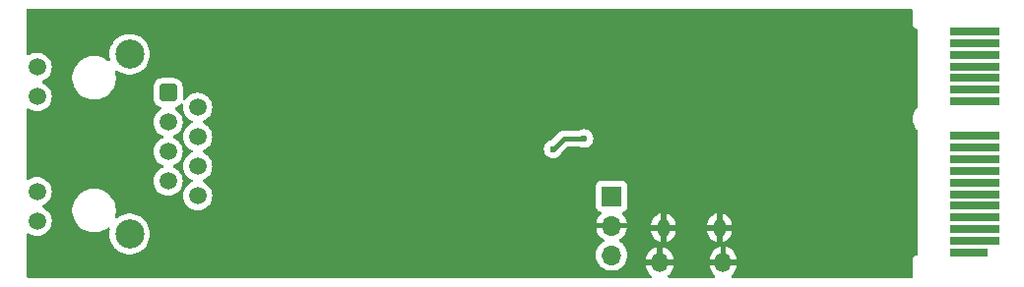
<source format=gbr>
%TF.GenerationSoftware,KiCad,Pcbnew,8.0.3*%
%TF.CreationDate,2024-06-27T21:22:13-04:00*%
%TF.ProjectId,rp2040-mgmt-module,72703230-3430-42d6-9d67-6d742d6d6f64,v0.0.0*%
%TF.SameCoordinates,Original*%
%TF.FileFunction,Copper,L4,Bot*%
%TF.FilePolarity,Positive*%
%FSLAX46Y46*%
G04 Gerber Fmt 4.6, Leading zero omitted, Abs format (unit mm)*
G04 Created by KiCad (PCBNEW 8.0.3) date 2024-06-27 21:22:13*
%MOMM*%
%LPD*%
G01*
G04 APERTURE LIST*
G04 Aperture macros list*
%AMRoundRect*
0 Rectangle with rounded corners*
0 $1 Rounding radius*
0 $2 $3 $4 $5 $6 $7 $8 $9 X,Y pos of 4 corners*
0 Add a 4 corners polygon primitive as box body*
4,1,4,$2,$3,$4,$5,$6,$7,$8,$9,$2,$3,0*
0 Add four circle primitives for the rounded corners*
1,1,$1+$1,$2,$3*
1,1,$1+$1,$4,$5*
1,1,$1+$1,$6,$7*
1,1,$1+$1,$8,$9*
0 Add four rect primitives between the rounded corners*
20,1,$1+$1,$2,$3,$4,$5,0*
20,1,$1+$1,$4,$5,$6,$7,0*
20,1,$1+$1,$6,$7,$8,$9,0*
20,1,$1+$1,$8,$9,$2,$3,0*%
G04 Aperture macros list end*
%TA.AperFunction,ComponentPad*%
%ADD10RoundRect,0.250500X-0.499500X0.499500X-0.499500X-0.499500X0.499500X-0.499500X0.499500X0.499500X0*%
%TD*%
%TA.AperFunction,ComponentPad*%
%ADD11C,1.500000*%
%TD*%
%TA.AperFunction,ComponentPad*%
%ADD12C,2.500000*%
%TD*%
%TA.AperFunction,ComponentPad*%
%ADD13R,1.700000X1.700000*%
%TD*%
%TA.AperFunction,ComponentPad*%
%ADD14O,1.700000X1.700000*%
%TD*%
%TA.AperFunction,ComponentPad*%
%ADD15O,1.350000X1.700000*%
%TD*%
%TA.AperFunction,ComponentPad*%
%ADD16O,1.100000X1.500000*%
%TD*%
%TA.AperFunction,ConnectorPad*%
%ADD17R,3.200000X0.700000*%
%TD*%
%TA.AperFunction,ConnectorPad*%
%ADD18R,4.300000X0.700000*%
%TD*%
%TA.AperFunction,ViaPad*%
%ADD19C,0.600000*%
%TD*%
%TA.AperFunction,Conductor*%
%ADD20C,0.400000*%
%TD*%
G04 APERTURE END LIST*
D10*
%TO.P,J3,1,TD+*%
%TO.N,unconnected-(J3-TD+-Pad1)*%
X12560000Y-7645000D03*
D11*
%TO.P,J3,2,TD-*%
%TO.N,unconnected-(J3-TD--Pad2)*%
X15100000Y-8905000D03*
%TO.P,J3,3,RD+*%
%TO.N,unconnected-(J3-RD+-Pad3)*%
X12560000Y-10185000D03*
%TO.P,J3,4,TCT*%
%TO.N,unconnected-(J3-TCT-Pad4)*%
X15100000Y-11445000D03*
%TO.P,J3,5,RCT*%
%TO.N,unconnected-(J3-RCT-Pad5)*%
X12560000Y-12725000D03*
%TO.P,J3,6,RD-*%
%TO.N,unconnected-(J3-RD--Pad6)*%
X15100000Y-13985000D03*
%TO.P,J3,7,NC*%
%TO.N,unconnected-(J3-NC-Pad7)*%
X12560000Y-15265000D03*
%TO.P,J3,8*%
%TO.N,unconnected-(J3-Pad8)*%
X15100000Y-16525000D03*
%TO.P,J3,9*%
%TO.N,unconnected-(J3-Pad9)*%
X1300000Y-5460000D03*
%TO.P,J3,10*%
%TO.N,unconnected-(J3-Pad10)*%
X1300000Y-8000000D03*
%TO.P,J3,11*%
%TO.N,unconnected-(J3-Pad11)*%
X1300000Y-16170000D03*
%TO.P,J3,12*%
%TO.N,unconnected-(J3-Pad12)*%
X1300000Y-18710000D03*
D12*
%TO.P,J3,SH*%
%TO.N,unconnected-(J3-PadSH)*%
X9250000Y-4340000D03*
X9250000Y-19830000D03*
%TD*%
D13*
%TO.P,J4,1,Pin_1*%
%TO.N,/SWCLK*%
X50700000Y-16560000D03*
D14*
%TO.P,J4,2,Pin_2*%
%TO.N,GND*%
X50700000Y-19100000D03*
%TO.P,J4,3,Pin_3*%
%TO.N,/SWD*%
X50700000Y-21640000D03*
%TD*%
D15*
%TO.P,J2,6,Shield*%
%TO.N,GND*%
X54830000Y-22280000D03*
D16*
X55140000Y-19280000D03*
X59980000Y-19280000D03*
D15*
X60290000Y-22280000D03*
%TD*%
D17*
%TO.P,J1,A1,~{PRSNT1}*%
%TO.N,unconnected-(J1-~{PRSNT1}-PadA1)*%
X81400000Y-21390000D03*
D18*
%TO.P,J1,A2,+12V*%
%TO.N,VIN*%
X81950000Y-20390000D03*
%TO.P,J1,A3,+12V*%
X81950000Y-19390000D03*
%TO.P,J1,A4,GND*%
%TO.N,GND*%
X81950000Y-18390000D03*
%TO.P,J1,A5,JTAG2*%
%TO.N,OVERLOAD*%
X81950000Y-17390000D03*
%TO.P,J1,A6,JTAG3*%
%TO.N,unconnected-(J1-JTAG3-PadA6)*%
X81950000Y-16390000D03*
%TO.P,J1,A7,JTAG4*%
%TO.N,unconnected-(J1-JTAG4-PadA7)*%
X81950000Y-15390000D03*
%TO.P,J1,A8,JTAG5*%
%TO.N,unconnected-(J1-JTAG5-PadA8)*%
X81950000Y-14390000D03*
%TO.P,J1,A9,+3.3V*%
%TO.N,+5V*%
X81950000Y-13390000D03*
%TO.P,J1,A10,+3.3V*%
X81950000Y-12390000D03*
%TO.P,J1,A11,~{PERST}*%
%TO.N,unconnected-(J1-~{PERST}-PadA11)*%
X81950000Y-11390000D03*
%TO.P,J1,A12,GND*%
%TO.N,GND*%
X81950000Y-8390000D03*
%TO.P,J1,A13,REFCLK+*%
%TO.N,unconnected-(J1-REFCLK+-PadA13)*%
X81950000Y-7390000D03*
%TO.P,J1,A14,REFCLK-*%
%TO.N,unconnected-(J1-REFCLK--PadA14)*%
X81950000Y-6390000D03*
%TO.P,J1,A15,GND*%
%TO.N,GND*%
X81950000Y-5390000D03*
%TO.P,J1,A16,PERp0*%
%TO.N,unconnected-(J1-PERp0-PadA16)*%
X81950000Y-4390000D03*
%TO.P,J1,A17,PERn0*%
%TO.N,unconnected-(J1-PERn0-PadA17)*%
X81950000Y-3390000D03*
%TO.P,J1,A18,GND*%
%TO.N,GND*%
X81950000Y-2390000D03*
%TD*%
D19*
%TO.N,+1V1*%
X48325000Y-11600000D03*
X45675000Y-12500000D03*
%TD*%
D20*
%TO.N,+1V1*%
X45675000Y-12500000D02*
X46575000Y-11600000D01*
X46575000Y-11600000D02*
X48325000Y-11600000D01*
%TD*%
%TA.AperFunction,Conductor*%
%TO.N,GND*%
G36*
X76542539Y-420185D02*
G01*
X76588294Y-472989D01*
X76599500Y-524500D01*
X76599500Y-1792727D01*
X76626793Y-1894587D01*
X76679520Y-1985913D01*
X76754087Y-2060480D01*
X76845413Y-2113207D01*
X76908093Y-2130002D01*
X76967753Y-2166365D01*
X76998283Y-2229212D01*
X77000000Y-2249776D01*
X77000000Y-8879589D01*
X76980315Y-8946628D01*
X76967230Y-8963571D01*
X76880620Y-9057654D01*
X76880612Y-9057665D01*
X76758199Y-9245030D01*
X76668298Y-9449988D01*
X76668297Y-9449990D01*
X76613354Y-9666952D01*
X76613352Y-9666960D01*
X76594872Y-9889994D01*
X76594872Y-9890005D01*
X76613352Y-10113039D01*
X76613354Y-10113047D01*
X76668297Y-10330009D01*
X76668298Y-10330011D01*
X76758199Y-10534969D01*
X76880612Y-10722334D01*
X76880620Y-10722345D01*
X76967229Y-10816426D01*
X76998152Y-10879080D01*
X77000000Y-10900409D01*
X77000000Y-21530223D01*
X76980315Y-21597262D01*
X76927511Y-21643017D01*
X76908095Y-21649997D01*
X76895420Y-21653393D01*
X76845411Y-21666793D01*
X76845410Y-21666794D01*
X76754085Y-21719521D01*
X76679521Y-21794085D01*
X76626794Y-21885410D01*
X76626793Y-21885413D01*
X76599500Y-21987273D01*
X76599500Y-23475500D01*
X76579815Y-23542539D01*
X76527011Y-23588294D01*
X76475500Y-23599500D01*
X61095394Y-23599500D01*
X61028355Y-23579815D01*
X60982600Y-23527011D01*
X60972656Y-23457853D01*
X61001681Y-23394297D01*
X61022509Y-23375182D01*
X61055454Y-23351245D01*
X61055459Y-23351241D01*
X61186241Y-23220459D01*
X61186245Y-23220454D01*
X61294947Y-23070837D01*
X61378915Y-22906043D01*
X61378916Y-22906040D01*
X61436066Y-22730147D01*
X61465000Y-22547473D01*
X61465000Y-22530000D01*
X60640000Y-22530000D01*
X60640000Y-22030000D01*
X61465000Y-22030000D01*
X61465000Y-22012526D01*
X61436066Y-21829852D01*
X61378916Y-21653959D01*
X61378915Y-21653956D01*
X61294947Y-21489162D01*
X61186245Y-21339545D01*
X61186241Y-21339540D01*
X61055459Y-21208758D01*
X61055454Y-21208754D01*
X60905837Y-21100052D01*
X60741043Y-21016084D01*
X60741037Y-21016082D01*
X60565144Y-20958932D01*
X60540000Y-20954950D01*
X60540000Y-21785025D01*
X60504905Y-21749930D01*
X60425095Y-21703852D01*
X60336078Y-21680000D01*
X60243922Y-21680000D01*
X60154905Y-21703852D01*
X60075095Y-21749930D01*
X60040000Y-21785025D01*
X60040000Y-20954950D01*
X60039999Y-20954950D01*
X60014855Y-20958932D01*
X59838962Y-21016082D01*
X59838956Y-21016084D01*
X59674162Y-21100052D01*
X59524545Y-21208754D01*
X59524540Y-21208758D01*
X59393758Y-21339540D01*
X59393754Y-21339545D01*
X59285052Y-21489162D01*
X59201084Y-21653956D01*
X59201083Y-21653959D01*
X59143933Y-21829852D01*
X59115000Y-22012526D01*
X59115000Y-22030000D01*
X59940000Y-22030000D01*
X59940000Y-22530000D01*
X59115000Y-22530000D01*
X59115000Y-22547473D01*
X59143933Y-22730147D01*
X59201083Y-22906040D01*
X59201084Y-22906043D01*
X59285052Y-23070837D01*
X59393754Y-23220454D01*
X59393758Y-23220459D01*
X59524540Y-23351241D01*
X59524545Y-23351245D01*
X59557491Y-23375182D01*
X59600157Y-23430512D01*
X59606136Y-23500125D01*
X59573530Y-23561920D01*
X59512692Y-23596277D01*
X59484606Y-23599500D01*
X55635394Y-23599500D01*
X55568355Y-23579815D01*
X55522600Y-23527011D01*
X55512656Y-23457853D01*
X55541681Y-23394297D01*
X55562509Y-23375182D01*
X55595454Y-23351245D01*
X55595459Y-23351241D01*
X55726241Y-23220459D01*
X55726245Y-23220454D01*
X55834947Y-23070837D01*
X55918915Y-22906043D01*
X55918916Y-22906040D01*
X55976066Y-22730147D01*
X56005000Y-22547473D01*
X56005000Y-22530000D01*
X55180000Y-22530000D01*
X55180000Y-22030000D01*
X56005000Y-22030000D01*
X56005000Y-22012526D01*
X55976066Y-21829852D01*
X55918916Y-21653959D01*
X55918915Y-21653956D01*
X55834947Y-21489162D01*
X55726245Y-21339545D01*
X55726241Y-21339540D01*
X55595459Y-21208758D01*
X55595454Y-21208754D01*
X55445837Y-21100052D01*
X55281043Y-21016084D01*
X55281037Y-21016082D01*
X55105144Y-20958932D01*
X55080000Y-20954950D01*
X55080000Y-21785025D01*
X55044905Y-21749930D01*
X54965095Y-21703852D01*
X54876078Y-21680000D01*
X54783922Y-21680000D01*
X54694905Y-21703852D01*
X54615095Y-21749930D01*
X54580000Y-21785025D01*
X54580000Y-20954950D01*
X54579999Y-20954950D01*
X54554855Y-20958932D01*
X54378962Y-21016082D01*
X54378956Y-21016084D01*
X54214162Y-21100052D01*
X54064545Y-21208754D01*
X54064540Y-21208758D01*
X53933758Y-21339540D01*
X53933754Y-21339545D01*
X53825052Y-21489162D01*
X53741084Y-21653956D01*
X53741083Y-21653959D01*
X53683933Y-21829852D01*
X53655000Y-22012526D01*
X53655000Y-22030000D01*
X54480000Y-22030000D01*
X54480000Y-22530000D01*
X53655000Y-22530000D01*
X53655000Y-22547473D01*
X53683933Y-22730147D01*
X53741083Y-22906040D01*
X53741084Y-22906043D01*
X53825052Y-23070837D01*
X53933754Y-23220454D01*
X53933758Y-23220459D01*
X54064540Y-23351241D01*
X54064545Y-23351245D01*
X54097491Y-23375182D01*
X54140157Y-23430512D01*
X54146136Y-23500125D01*
X54113530Y-23561920D01*
X54052692Y-23596277D01*
X54024606Y-23599500D01*
X524500Y-23599500D01*
X457461Y-23579815D01*
X411706Y-23527011D01*
X400500Y-23475500D01*
X400500Y-21639999D01*
X49344341Y-21639999D01*
X49344341Y-21640000D01*
X49364936Y-21875403D01*
X49364938Y-21875413D01*
X49426094Y-22103655D01*
X49426096Y-22103659D01*
X49426097Y-22103663D01*
X49468496Y-22194587D01*
X49525965Y-22317830D01*
X49525967Y-22317834D01*
X49634281Y-22472521D01*
X49661505Y-22511401D01*
X49828599Y-22678495D01*
X49902366Y-22730147D01*
X50022165Y-22814032D01*
X50022167Y-22814033D01*
X50022170Y-22814035D01*
X50236337Y-22913903D01*
X50464592Y-22975063D01*
X50652918Y-22991539D01*
X50699999Y-22995659D01*
X50700000Y-22995659D01*
X50700001Y-22995659D01*
X50739234Y-22992226D01*
X50935408Y-22975063D01*
X51163663Y-22913903D01*
X51377830Y-22814035D01*
X51571401Y-22678495D01*
X51738495Y-22511401D01*
X51874035Y-22317830D01*
X51973903Y-22103663D01*
X52035063Y-21875408D01*
X52055659Y-21640000D01*
X52035063Y-21404592D01*
X51973903Y-21176337D01*
X51874035Y-20962171D01*
X51773686Y-20818856D01*
X51738494Y-20768597D01*
X51571402Y-20601506D01*
X51571401Y-20601505D01*
X51385405Y-20471269D01*
X51341781Y-20416692D01*
X51334588Y-20347193D01*
X51366110Y-20284839D01*
X51385405Y-20268119D01*
X51571082Y-20138105D01*
X51738105Y-19971082D01*
X51873600Y-19777578D01*
X51973429Y-19563492D01*
X51973432Y-19563486D01*
X52030636Y-19350000D01*
X51133012Y-19350000D01*
X51165925Y-19292993D01*
X51200000Y-19165826D01*
X51200000Y-19034174D01*
X51184567Y-18976579D01*
X54090000Y-18976579D01*
X54090000Y-19030000D01*
X54816933Y-19030000D01*
X54815000Y-19037213D01*
X54815000Y-19522787D01*
X54816933Y-19530000D01*
X54090000Y-19530000D01*
X54090000Y-19583420D01*
X54130348Y-19786266D01*
X54130350Y-19786274D01*
X54209500Y-19977358D01*
X54209505Y-19977368D01*
X54324410Y-20149335D01*
X54324413Y-20149339D01*
X54470660Y-20295586D01*
X54470664Y-20295589D01*
X54642631Y-20410494D01*
X54642641Y-20410499D01*
X54833723Y-20489648D01*
X54833725Y-20489649D01*
X54890000Y-20500842D01*
X54890000Y-19689618D01*
X54940446Y-19740064D01*
X55014555Y-19782851D01*
X55097213Y-19805000D01*
X55182787Y-19805000D01*
X55265445Y-19782851D01*
X55339554Y-19740064D01*
X55390000Y-19689618D01*
X55390000Y-20500842D01*
X55446274Y-20489649D01*
X55446276Y-20489648D01*
X55637358Y-20410499D01*
X55637368Y-20410494D01*
X55809335Y-20295589D01*
X55809339Y-20295586D01*
X55955586Y-20149339D01*
X55955589Y-20149335D01*
X56070494Y-19977368D01*
X56070499Y-19977358D01*
X56149649Y-19786274D01*
X56149651Y-19786266D01*
X56189999Y-19583420D01*
X56190000Y-19583417D01*
X56190000Y-19530000D01*
X55463067Y-19530000D01*
X55465000Y-19522787D01*
X55465000Y-19037213D01*
X55463067Y-19030000D01*
X56190000Y-19030000D01*
X56190000Y-18976583D01*
X56189999Y-18976579D01*
X58930000Y-18976579D01*
X58930000Y-19030000D01*
X59656933Y-19030000D01*
X59655000Y-19037213D01*
X59655000Y-19522787D01*
X59656933Y-19530000D01*
X58930000Y-19530000D01*
X58930000Y-19583420D01*
X58970348Y-19786266D01*
X58970350Y-19786274D01*
X59049500Y-19977358D01*
X59049505Y-19977368D01*
X59164410Y-20149335D01*
X59164413Y-20149339D01*
X59310660Y-20295586D01*
X59310664Y-20295589D01*
X59482631Y-20410494D01*
X59482641Y-20410499D01*
X59673723Y-20489648D01*
X59673725Y-20489649D01*
X59730000Y-20500842D01*
X59730000Y-19689618D01*
X59780446Y-19740064D01*
X59854555Y-19782851D01*
X59937213Y-19805000D01*
X60022787Y-19805000D01*
X60105445Y-19782851D01*
X60179554Y-19740064D01*
X60230000Y-19689618D01*
X60230000Y-20500842D01*
X60286274Y-20489649D01*
X60286276Y-20489648D01*
X60477358Y-20410499D01*
X60477368Y-20410494D01*
X60649335Y-20295589D01*
X60649339Y-20295586D01*
X60795586Y-20149339D01*
X60795589Y-20149335D01*
X60910494Y-19977368D01*
X60910499Y-19977358D01*
X60989649Y-19786274D01*
X60989651Y-19786266D01*
X61029999Y-19583420D01*
X61030000Y-19583417D01*
X61030000Y-19530000D01*
X60303067Y-19530000D01*
X60305000Y-19522787D01*
X60305000Y-19037213D01*
X60303067Y-19030000D01*
X61030000Y-19030000D01*
X61030000Y-18976583D01*
X61029999Y-18976579D01*
X60989651Y-18773733D01*
X60989649Y-18773725D01*
X60910499Y-18582641D01*
X60910494Y-18582631D01*
X60795589Y-18410664D01*
X60795586Y-18410660D01*
X60649339Y-18264413D01*
X60649335Y-18264410D01*
X60477368Y-18149505D01*
X60477358Y-18149500D01*
X60286272Y-18070349D01*
X60286267Y-18070347D01*
X60230000Y-18059155D01*
X60230000Y-18870382D01*
X60179554Y-18819936D01*
X60105445Y-18777149D01*
X60022787Y-18755000D01*
X59937213Y-18755000D01*
X59854555Y-18777149D01*
X59780446Y-18819936D01*
X59730000Y-18870382D01*
X59730000Y-18059156D01*
X59729999Y-18059155D01*
X59673732Y-18070347D01*
X59673727Y-18070349D01*
X59482641Y-18149500D01*
X59482631Y-18149505D01*
X59310664Y-18264410D01*
X59310660Y-18264413D01*
X59164413Y-18410660D01*
X59164410Y-18410664D01*
X59049505Y-18582631D01*
X59049500Y-18582641D01*
X58970350Y-18773725D01*
X58970348Y-18773733D01*
X58930000Y-18976579D01*
X56189999Y-18976579D01*
X56149651Y-18773733D01*
X56149649Y-18773725D01*
X56070499Y-18582641D01*
X56070494Y-18582631D01*
X55955589Y-18410664D01*
X55955586Y-18410660D01*
X55809339Y-18264413D01*
X55809335Y-18264410D01*
X55637368Y-18149505D01*
X55637358Y-18149500D01*
X55446272Y-18070349D01*
X55446267Y-18070347D01*
X55390000Y-18059155D01*
X55390000Y-18870382D01*
X55339554Y-18819936D01*
X55265445Y-18777149D01*
X55182787Y-18755000D01*
X55097213Y-18755000D01*
X55014555Y-18777149D01*
X54940446Y-18819936D01*
X54890000Y-18870382D01*
X54890000Y-18059156D01*
X54889999Y-18059155D01*
X54833732Y-18070347D01*
X54833727Y-18070349D01*
X54642641Y-18149500D01*
X54642631Y-18149505D01*
X54470664Y-18264410D01*
X54470660Y-18264413D01*
X54324413Y-18410660D01*
X54324410Y-18410664D01*
X54209505Y-18582631D01*
X54209500Y-18582641D01*
X54130350Y-18773725D01*
X54130348Y-18773733D01*
X54090000Y-18976579D01*
X51184567Y-18976579D01*
X51165925Y-18907007D01*
X51133012Y-18850000D01*
X52030636Y-18850000D01*
X52030635Y-18849999D01*
X51973432Y-18636513D01*
X51973429Y-18636507D01*
X51873600Y-18422422D01*
X51873599Y-18422420D01*
X51738113Y-18228926D01*
X51738108Y-18228920D01*
X51616053Y-18106865D01*
X51582568Y-18045542D01*
X51587552Y-17975850D01*
X51629424Y-17919917D01*
X51660400Y-17903002D01*
X51792331Y-17853796D01*
X51907546Y-17767546D01*
X51993796Y-17652331D01*
X52044091Y-17517483D01*
X52050500Y-17457873D01*
X52050499Y-15662128D01*
X52044091Y-15602517D01*
X52029502Y-15563403D01*
X51993797Y-15467671D01*
X51993793Y-15467664D01*
X51907547Y-15352455D01*
X51907544Y-15352452D01*
X51792335Y-15266206D01*
X51792328Y-15266202D01*
X51657482Y-15215908D01*
X51657483Y-15215908D01*
X51597883Y-15209501D01*
X51597881Y-15209500D01*
X51597873Y-15209500D01*
X51597864Y-15209500D01*
X49802129Y-15209500D01*
X49802123Y-15209501D01*
X49742516Y-15215908D01*
X49607671Y-15266202D01*
X49607664Y-15266206D01*
X49492455Y-15352452D01*
X49492452Y-15352455D01*
X49406206Y-15467664D01*
X49406202Y-15467671D01*
X49355908Y-15602517D01*
X49349501Y-15662116D01*
X49349501Y-15662123D01*
X49349500Y-15662135D01*
X49349500Y-17457870D01*
X49349501Y-17457876D01*
X49355908Y-17517483D01*
X49406202Y-17652328D01*
X49406206Y-17652335D01*
X49492452Y-17767544D01*
X49492455Y-17767547D01*
X49607664Y-17853793D01*
X49607671Y-17853797D01*
X49607674Y-17853798D01*
X49739598Y-17903002D01*
X49795531Y-17944873D01*
X49819949Y-18010337D01*
X49805098Y-18078610D01*
X49783947Y-18106865D01*
X49661886Y-18228926D01*
X49526400Y-18422420D01*
X49526399Y-18422422D01*
X49426570Y-18636507D01*
X49426567Y-18636513D01*
X49369364Y-18849999D01*
X49369364Y-18850000D01*
X50266988Y-18850000D01*
X50234075Y-18907007D01*
X50200000Y-19034174D01*
X50200000Y-19165826D01*
X50234075Y-19292993D01*
X50266988Y-19350000D01*
X49369364Y-19350000D01*
X49426567Y-19563486D01*
X49426570Y-19563492D01*
X49526399Y-19777578D01*
X49661894Y-19971082D01*
X49828917Y-20138105D01*
X50014595Y-20268119D01*
X50058219Y-20322696D01*
X50065412Y-20392195D01*
X50033890Y-20454549D01*
X50014595Y-20471269D01*
X49828594Y-20601508D01*
X49661505Y-20768597D01*
X49525965Y-20962169D01*
X49525964Y-20962171D01*
X49426098Y-21176335D01*
X49426094Y-21176344D01*
X49364938Y-21404586D01*
X49364936Y-21404596D01*
X49344341Y-21639999D01*
X400500Y-21639999D01*
X400500Y-19844944D01*
X420185Y-19777905D01*
X472989Y-19732150D01*
X542147Y-19722206D01*
X595623Y-19743369D01*
X672361Y-19797102D01*
X870670Y-19889575D01*
X1082023Y-19946207D01*
X1264926Y-19962208D01*
X1299998Y-19965277D01*
X1300000Y-19965277D01*
X1300002Y-19965277D01*
X1328254Y-19962805D01*
X1517977Y-19946207D01*
X1729330Y-19889575D01*
X1927639Y-19797102D01*
X2106877Y-19671598D01*
X2261598Y-19516877D01*
X2387102Y-19337639D01*
X2479575Y-19139330D01*
X2536207Y-18927977D01*
X2555277Y-18710000D01*
X2554393Y-18699901D01*
X2548847Y-18636507D01*
X2536207Y-18492023D01*
X2479575Y-18280670D01*
X2387102Y-18082362D01*
X2387100Y-18082359D01*
X2387099Y-18082357D01*
X2261599Y-17903124D01*
X2199500Y-17841025D01*
X2106877Y-17748402D01*
X2004997Y-17677065D01*
X4324500Y-17677065D01*
X4324500Y-17922934D01*
X4345490Y-18082357D01*
X4356591Y-18166677D01*
X4413739Y-18379958D01*
X4420222Y-18404152D01*
X4420225Y-18404162D01*
X4456619Y-18492024D01*
X4514306Y-18631292D01*
X4637233Y-18844208D01*
X4637235Y-18844211D01*
X4637236Y-18844212D01*
X4786897Y-19039254D01*
X4786903Y-19039261D01*
X4960738Y-19213096D01*
X4960744Y-19213101D01*
X5155792Y-19362767D01*
X5368708Y-19485694D01*
X5544384Y-19558461D01*
X5568305Y-19568370D01*
X5595847Y-19579778D01*
X5833323Y-19643409D01*
X6077073Y-19675500D01*
X6077080Y-19675500D01*
X6322920Y-19675500D01*
X6322927Y-19675500D01*
X6566677Y-19643409D01*
X6804153Y-19579778D01*
X7031292Y-19485694D01*
X7244208Y-19362767D01*
X7355487Y-19277379D01*
X7420654Y-19252186D01*
X7489099Y-19266224D01*
X7539089Y-19315038D01*
X7554753Y-19383129D01*
X7551863Y-19403348D01*
X7514197Y-19568374D01*
X7514196Y-19568379D01*
X7494592Y-19829995D01*
X7494592Y-19830004D01*
X7514196Y-20091620D01*
X7514197Y-20091625D01*
X7572576Y-20347402D01*
X7572578Y-20347411D01*
X7572580Y-20347416D01*
X7668432Y-20591643D01*
X7799614Y-20818857D01*
X7908145Y-20954950D01*
X7963198Y-21023985D01*
X8045180Y-21100052D01*
X8155521Y-21202433D01*
X8372296Y-21350228D01*
X8372301Y-21350230D01*
X8372302Y-21350231D01*
X8372303Y-21350232D01*
X8485172Y-21404586D01*
X8608673Y-21464061D01*
X8608674Y-21464061D01*
X8608677Y-21464063D01*
X8859385Y-21541396D01*
X9118818Y-21580500D01*
X9381182Y-21580500D01*
X9640615Y-21541396D01*
X9891323Y-21464063D01*
X10127704Y-21350228D01*
X10344479Y-21202433D01*
X10536805Y-21023981D01*
X10700386Y-20818857D01*
X10831568Y-20591643D01*
X10927420Y-20347416D01*
X10985802Y-20091630D01*
X10994365Y-19977368D01*
X11005408Y-19830004D01*
X11005408Y-19829995D01*
X10985803Y-19568379D01*
X10985802Y-19568374D01*
X10985802Y-19568370D01*
X10927420Y-19312584D01*
X10831568Y-19068357D01*
X10700386Y-18841143D01*
X10536805Y-18636019D01*
X10536804Y-18636018D01*
X10536801Y-18636014D01*
X10344479Y-18457567D01*
X10266135Y-18404153D01*
X10127704Y-18309772D01*
X10127700Y-18309770D01*
X10127697Y-18309768D01*
X10127696Y-18309767D01*
X9891325Y-18195938D01*
X9891327Y-18195938D01*
X9640623Y-18118606D01*
X9640619Y-18118605D01*
X9640615Y-18118604D01*
X9515823Y-18099794D01*
X9381187Y-18079500D01*
X9381182Y-18079500D01*
X9118818Y-18079500D01*
X9118812Y-18079500D01*
X8957247Y-18103853D01*
X8859385Y-18118604D01*
X8859382Y-18118605D01*
X8859376Y-18118606D01*
X8608673Y-18195938D01*
X8372303Y-18309767D01*
X8372295Y-18309772D01*
X8199104Y-18427852D01*
X8132625Y-18449352D01*
X8065075Y-18431498D01*
X8017901Y-18379958D01*
X8006081Y-18311095D01*
X8009473Y-18293325D01*
X8043409Y-18166677D01*
X8075500Y-17922927D01*
X8075500Y-17677073D01*
X8043409Y-17433323D01*
X7979778Y-17195847D01*
X7885694Y-16968708D01*
X7762767Y-16755792D01*
X7613101Y-16560744D01*
X7613096Y-16560738D01*
X7439261Y-16386903D01*
X7439254Y-16386897D01*
X7244212Y-16237236D01*
X7244211Y-16237235D01*
X7244208Y-16237233D01*
X7031292Y-16114306D01*
X6986296Y-16095668D01*
X6804162Y-16020225D01*
X6804155Y-16020223D01*
X6804153Y-16020222D01*
X6566677Y-15956591D01*
X6525939Y-15951227D01*
X6322934Y-15924500D01*
X6322927Y-15924500D01*
X6077073Y-15924500D01*
X6077065Y-15924500D01*
X5845059Y-15955045D01*
X5833323Y-15956591D01*
X5595847Y-16020222D01*
X5595837Y-16020225D01*
X5368714Y-16114303D01*
X5368705Y-16114307D01*
X5155787Y-16237236D01*
X4960745Y-16386897D01*
X4960738Y-16386903D01*
X4786903Y-16560738D01*
X4786897Y-16560745D01*
X4637236Y-16755787D01*
X4514307Y-16968705D01*
X4514303Y-16968714D01*
X4420225Y-17195837D01*
X4420222Y-17195847D01*
X4356591Y-17433323D01*
X4355582Y-17440984D01*
X4324500Y-17677065D01*
X2004997Y-17677065D01*
X1927639Y-17622898D01*
X1776414Y-17552381D01*
X1723977Y-17506210D01*
X1704825Y-17439016D01*
X1725041Y-17372135D01*
X1776414Y-17327618D01*
X1927639Y-17257102D01*
X2106877Y-17131598D01*
X2261598Y-16976877D01*
X2387102Y-16797639D01*
X2479575Y-16599330D01*
X2536207Y-16387977D01*
X2555277Y-16170000D01*
X2536207Y-15952023D01*
X2479575Y-15740670D01*
X2387102Y-15542362D01*
X2387100Y-15542359D01*
X2387099Y-15542357D01*
X2261599Y-15363124D01*
X2187268Y-15288793D01*
X2106877Y-15208402D01*
X1939207Y-15090998D01*
X1927638Y-15082897D01*
X1825039Y-15035055D01*
X1729330Y-14990425D01*
X1729326Y-14990424D01*
X1729322Y-14990422D01*
X1517977Y-14933793D01*
X1300002Y-14914723D01*
X1299998Y-14914723D01*
X1154682Y-14927436D01*
X1082023Y-14933793D01*
X1082020Y-14933793D01*
X870677Y-14990422D01*
X870668Y-14990426D01*
X672361Y-15082898D01*
X672357Y-15082901D01*
X595623Y-15136630D01*
X529416Y-15158957D01*
X461649Y-15141946D01*
X413837Y-15090998D01*
X400500Y-15035055D01*
X400500Y-10184997D01*
X11304723Y-10184997D01*
X11304723Y-10185002D01*
X11309641Y-10241210D01*
X11317409Y-10330011D01*
X11323793Y-10402975D01*
X11323793Y-10402979D01*
X11380422Y-10614322D01*
X11380424Y-10614326D01*
X11380425Y-10614330D01*
X11426661Y-10713484D01*
X11472897Y-10812638D01*
X11476204Y-10817361D01*
X11598402Y-10991877D01*
X11753123Y-11146598D01*
X11887229Y-11240500D01*
X11932361Y-11272102D01*
X12083583Y-11342618D01*
X12136022Y-11388790D01*
X12155174Y-11455984D01*
X12134958Y-11522865D01*
X12083583Y-11567382D01*
X11932361Y-11637898D01*
X11932357Y-11637900D01*
X11753121Y-11763402D01*
X11598402Y-11918121D01*
X11472900Y-12097357D01*
X11472898Y-12097361D01*
X11380426Y-12295668D01*
X11380422Y-12295677D01*
X11323793Y-12507020D01*
X11323793Y-12507024D01*
X11304723Y-12724997D01*
X11304723Y-12725002D01*
X11323793Y-12942975D01*
X11323793Y-12942979D01*
X11380422Y-13154322D01*
X11380424Y-13154326D01*
X11380425Y-13154330D01*
X11413747Y-13225789D01*
X11472897Y-13352638D01*
X11476204Y-13357361D01*
X11598402Y-13531877D01*
X11753123Y-13686598D01*
X11932360Y-13812101D01*
X11932361Y-13812102D01*
X12083583Y-13882618D01*
X12136022Y-13928790D01*
X12155174Y-13995984D01*
X12134958Y-14062865D01*
X12083583Y-14107382D01*
X11932361Y-14177898D01*
X11932357Y-14177900D01*
X11753121Y-14303402D01*
X11598402Y-14458121D01*
X11472900Y-14637357D01*
X11472898Y-14637361D01*
X11380426Y-14835668D01*
X11380422Y-14835677D01*
X11323793Y-15047020D01*
X11323793Y-15047024D01*
X11304723Y-15264997D01*
X11304723Y-15265002D01*
X11323793Y-15482975D01*
X11323793Y-15482979D01*
X11380422Y-15694322D01*
X11380424Y-15694326D01*
X11380425Y-15694330D01*
X11402033Y-15740668D01*
X11472897Y-15892638D01*
X11476204Y-15897361D01*
X11598402Y-16071877D01*
X11753123Y-16226598D01*
X11932361Y-16352102D01*
X12130670Y-16444575D01*
X12342023Y-16501207D01*
X12524926Y-16517208D01*
X12559998Y-16520277D01*
X12560000Y-16520277D01*
X12560002Y-16520277D01*
X12588254Y-16517805D01*
X12777977Y-16501207D01*
X12989330Y-16444575D01*
X13187639Y-16352102D01*
X13366877Y-16226598D01*
X13521598Y-16071877D01*
X13647102Y-15892639D01*
X13739575Y-15694330D01*
X13796207Y-15482977D01*
X13814864Y-15269723D01*
X13815277Y-15265002D01*
X13815277Y-15264997D01*
X13810422Y-15209501D01*
X13796207Y-15047023D01*
X13739575Y-14835670D01*
X13647102Y-14637362D01*
X13647100Y-14637359D01*
X13647099Y-14637357D01*
X13521599Y-14458124D01*
X13477797Y-14414322D01*
X13366877Y-14303402D01*
X13187639Y-14177898D01*
X13036414Y-14107381D01*
X12983977Y-14061210D01*
X12964825Y-13994016D01*
X12985041Y-13927135D01*
X13036414Y-13882618D01*
X13187639Y-13812102D01*
X13366877Y-13686598D01*
X13521598Y-13531877D01*
X13647102Y-13352639D01*
X13739575Y-13154330D01*
X13796207Y-12942977D01*
X13815277Y-12725000D01*
X13796207Y-12507023D01*
X13739575Y-12295670D01*
X13647102Y-12097362D01*
X13647100Y-12097359D01*
X13647099Y-12097357D01*
X13521599Y-11918124D01*
X13473659Y-11870184D01*
X13366877Y-11763402D01*
X13187639Y-11637898D01*
X13036414Y-11567381D01*
X12983977Y-11521210D01*
X12964825Y-11454016D01*
X12985041Y-11387135D01*
X13036414Y-11342618D01*
X13187639Y-11272102D01*
X13366877Y-11146598D01*
X13521598Y-10991877D01*
X13647102Y-10812639D01*
X13739575Y-10614330D01*
X13796207Y-10402977D01*
X13813195Y-10208793D01*
X13815277Y-10185002D01*
X13815277Y-10184997D01*
X13808981Y-10113039D01*
X13796207Y-9967023D01*
X13739575Y-9755670D01*
X13647102Y-9557362D01*
X13647100Y-9557359D01*
X13647099Y-9557357D01*
X13521599Y-9378124D01*
X13451528Y-9308053D01*
X13366877Y-9223402D01*
X13191452Y-9100568D01*
X13147829Y-9045993D01*
X13140637Y-8976494D01*
X13172159Y-8914140D01*
X13223574Y-8881289D01*
X13228704Y-8879589D01*
X13379047Y-8829771D01*
X13528468Y-8737607D01*
X13650194Y-8615880D01*
X13711513Y-8582398D01*
X13781205Y-8587382D01*
X13837139Y-8629253D01*
X13861556Y-8694717D01*
X13861400Y-8714371D01*
X13844723Y-8904997D01*
X13844723Y-8905002D01*
X13849847Y-8963571D01*
X13860654Y-9087102D01*
X13863793Y-9122975D01*
X13863793Y-9122979D01*
X13920422Y-9334322D01*
X13920424Y-9334326D01*
X13920425Y-9334330D01*
X13966661Y-9433484D01*
X14012897Y-9532638D01*
X14030209Y-9557362D01*
X14138402Y-9711877D01*
X14293123Y-9866598D01*
X14436545Y-9967023D01*
X14472361Y-9992102D01*
X14623583Y-10062618D01*
X14676022Y-10108790D01*
X14695174Y-10175984D01*
X14674958Y-10242865D01*
X14623583Y-10287382D01*
X14472361Y-10357898D01*
X14472357Y-10357900D01*
X14293121Y-10483402D01*
X14138402Y-10638121D01*
X14012900Y-10817357D01*
X14012898Y-10817361D01*
X13920426Y-11015668D01*
X13920422Y-11015677D01*
X13863793Y-11227020D01*
X13863793Y-11227024D01*
X13844723Y-11444997D01*
X13844723Y-11445002D01*
X13863793Y-11662975D01*
X13863793Y-11662979D01*
X13920422Y-11874322D01*
X13920424Y-11874326D01*
X13920425Y-11874330D01*
X13955488Y-11949522D01*
X14012897Y-12072638D01*
X14030209Y-12097362D01*
X14138402Y-12251877D01*
X14293123Y-12406598D01*
X14436545Y-12507023D01*
X14472361Y-12532102D01*
X14623583Y-12602618D01*
X14676022Y-12648790D01*
X14695174Y-12715984D01*
X14674958Y-12782865D01*
X14623583Y-12827382D01*
X14472361Y-12897898D01*
X14472357Y-12897900D01*
X14293121Y-13023402D01*
X14138402Y-13178121D01*
X14012900Y-13357357D01*
X14012898Y-13357361D01*
X13920426Y-13555668D01*
X13920422Y-13555677D01*
X13863793Y-13767020D01*
X13863793Y-13767024D01*
X13844723Y-13984997D01*
X13844723Y-13985002D01*
X13863793Y-14202975D01*
X13863793Y-14202979D01*
X13920422Y-14414322D01*
X13920424Y-14414326D01*
X13920425Y-14414330D01*
X13966661Y-14513484D01*
X14012897Y-14612638D01*
X14030209Y-14637362D01*
X14138402Y-14791877D01*
X14293123Y-14946598D01*
X14436545Y-15047023D01*
X14472361Y-15072102D01*
X14623583Y-15142618D01*
X14676022Y-15188790D01*
X14695174Y-15255984D01*
X14674958Y-15322865D01*
X14623583Y-15367382D01*
X14472361Y-15437898D01*
X14472357Y-15437900D01*
X14293121Y-15563402D01*
X14138402Y-15718121D01*
X14012900Y-15897357D01*
X14012898Y-15897361D01*
X13920426Y-16095668D01*
X13920422Y-16095677D01*
X13863793Y-16307020D01*
X13863793Y-16307024D01*
X13844723Y-16524997D01*
X13844723Y-16525002D01*
X13863793Y-16742975D01*
X13863793Y-16742979D01*
X13920422Y-16954322D01*
X13920424Y-16954326D01*
X13920425Y-16954330D01*
X13930939Y-16976877D01*
X14012897Y-17152638D01*
X14012898Y-17152639D01*
X14138402Y-17331877D01*
X14293123Y-17486598D01*
X14472361Y-17612102D01*
X14670670Y-17704575D01*
X14882023Y-17761207D01*
X15064926Y-17777208D01*
X15099998Y-17780277D01*
X15100000Y-17780277D01*
X15100002Y-17780277D01*
X15128254Y-17777805D01*
X15317977Y-17761207D01*
X15529330Y-17704575D01*
X15727639Y-17612102D01*
X15906877Y-17486598D01*
X16061598Y-17331877D01*
X16187102Y-17152639D01*
X16279575Y-16954330D01*
X16336207Y-16742977D01*
X16355277Y-16525000D01*
X16353195Y-16501207D01*
X16348241Y-16444573D01*
X16336207Y-16307023D01*
X16279575Y-16095670D01*
X16187102Y-15897362D01*
X16187100Y-15897359D01*
X16187099Y-15897357D01*
X16061599Y-15718124D01*
X16005591Y-15662116D01*
X15906877Y-15563402D01*
X15727639Y-15437898D01*
X15576414Y-15367381D01*
X15523977Y-15321210D01*
X15504825Y-15254016D01*
X15525041Y-15187135D01*
X15576414Y-15142618D01*
X15727639Y-15072102D01*
X15906877Y-14946598D01*
X16061598Y-14791877D01*
X16187102Y-14612639D01*
X16279575Y-14414330D01*
X16336207Y-14202977D01*
X16355277Y-13985000D01*
X16353195Y-13961207D01*
X16346320Y-13882618D01*
X16336207Y-13767023D01*
X16279575Y-13555670D01*
X16187102Y-13357362D01*
X16187100Y-13357359D01*
X16187099Y-13357357D01*
X16061599Y-13178124D01*
X16013290Y-13129815D01*
X15906877Y-13023402D01*
X15727639Y-12897898D01*
X15576414Y-12827381D01*
X15523977Y-12781210D01*
X15504825Y-12714016D01*
X15525041Y-12647135D01*
X15576414Y-12602618D01*
X15727639Y-12532102D01*
X15773491Y-12499996D01*
X44869435Y-12499996D01*
X44869435Y-12500003D01*
X44889630Y-12679249D01*
X44889631Y-12679254D01*
X44949211Y-12849523D01*
X45007934Y-12942979D01*
X45045184Y-13002262D01*
X45172738Y-13129816D01*
X45325478Y-13225789D01*
X45495745Y-13285368D01*
X45495750Y-13285369D01*
X45674996Y-13305565D01*
X45675000Y-13305565D01*
X45675004Y-13305565D01*
X45854249Y-13285369D01*
X45854252Y-13285368D01*
X45854255Y-13285368D01*
X46024522Y-13225789D01*
X46177262Y-13129816D01*
X46304816Y-13002262D01*
X46400789Y-12849522D01*
X46437007Y-12746013D01*
X46466365Y-12699290D01*
X46828838Y-12336819D01*
X46890161Y-12303334D01*
X46916519Y-12300500D01*
X47899506Y-12300500D01*
X47965477Y-12319506D01*
X47975474Y-12325787D01*
X47975475Y-12325787D01*
X47975478Y-12325789D01*
X48145745Y-12385368D01*
X48145750Y-12385369D01*
X48324996Y-12405565D01*
X48325000Y-12405565D01*
X48325004Y-12405565D01*
X48504249Y-12385369D01*
X48504252Y-12385368D01*
X48504255Y-12385368D01*
X48674522Y-12325789D01*
X48827262Y-12229816D01*
X48954816Y-12102262D01*
X49050789Y-11949522D01*
X49110368Y-11779255D01*
X49110369Y-11779249D01*
X49130565Y-11600003D01*
X49130565Y-11599996D01*
X49110369Y-11420750D01*
X49110368Y-11420745D01*
X49083030Y-11342618D01*
X49050789Y-11250478D01*
X49044519Y-11240500D01*
X48985517Y-11146598D01*
X48954816Y-11097738D01*
X48827262Y-10970184D01*
X48801496Y-10953994D01*
X48674523Y-10874211D01*
X48504254Y-10814631D01*
X48504249Y-10814630D01*
X48325004Y-10794435D01*
X48324996Y-10794435D01*
X48145750Y-10814630D01*
X48145745Y-10814631D01*
X47975474Y-10874212D01*
X47965477Y-10880494D01*
X47899506Y-10899500D01*
X46506005Y-10899500D01*
X46439251Y-10912778D01*
X46405873Y-10919418D01*
X46370671Y-10926420D01*
X46370670Y-10926420D01*
X46243190Y-10979224D01*
X46128454Y-11055887D01*
X45475709Y-11708632D01*
X45428984Y-11737992D01*
X45325476Y-11774211D01*
X45325475Y-11774212D01*
X45172737Y-11870184D01*
X45045184Y-11997737D01*
X44949211Y-12150476D01*
X44889631Y-12320745D01*
X44889630Y-12320750D01*
X44869435Y-12499996D01*
X15773491Y-12499996D01*
X15906877Y-12406598D01*
X16061598Y-12251877D01*
X16187102Y-12072639D01*
X16279575Y-11874330D01*
X16336207Y-11662977D01*
X16355277Y-11445000D01*
X16353195Y-11421207D01*
X16346320Y-11342618D01*
X16336207Y-11227023D01*
X16290351Y-11055886D01*
X16279577Y-11015677D01*
X16279576Y-11015676D01*
X16279575Y-11015670D01*
X16187102Y-10817362D01*
X16187100Y-10817359D01*
X16187099Y-10817357D01*
X16061599Y-10638124D01*
X16037797Y-10614322D01*
X15906877Y-10483402D01*
X15727639Y-10357898D01*
X15576414Y-10287381D01*
X15523977Y-10241210D01*
X15504825Y-10174016D01*
X15525041Y-10107135D01*
X15576414Y-10062618D01*
X15727639Y-9992102D01*
X15906877Y-9866598D01*
X16061598Y-9711877D01*
X16187102Y-9532639D01*
X16279575Y-9334330D01*
X16336207Y-9122977D01*
X16355277Y-8905000D01*
X16336207Y-8687023D01*
X16279575Y-8475670D01*
X16187102Y-8277362D01*
X16187100Y-8277359D01*
X16187099Y-8277357D01*
X16061599Y-8098124D01*
X16019167Y-8055692D01*
X15906877Y-7943402D01*
X15727639Y-7817898D01*
X15727640Y-7817898D01*
X15727638Y-7817897D01*
X15628484Y-7771661D01*
X15529330Y-7725425D01*
X15529326Y-7725424D01*
X15529322Y-7725422D01*
X15317977Y-7668793D01*
X15100002Y-7649723D01*
X15099998Y-7649723D01*
X14954682Y-7662436D01*
X14882023Y-7668793D01*
X14882020Y-7668793D01*
X14670677Y-7725422D01*
X14670668Y-7725426D01*
X14472361Y-7817898D01*
X14472357Y-7817900D01*
X14293121Y-7943402D01*
X14138402Y-8098121D01*
X14036075Y-8244261D01*
X13981498Y-8287886D01*
X13912000Y-8295080D01*
X13849645Y-8263557D01*
X13814231Y-8203327D01*
X13810500Y-8173138D01*
X13810500Y-7095459D01*
X13810499Y-7095446D01*
X13804671Y-7038402D01*
X13799992Y-6992601D01*
X13744771Y-6825953D01*
X13652607Y-6676532D01*
X13528468Y-6552393D01*
X13432047Y-6492920D01*
X13379049Y-6460230D01*
X13379044Y-6460228D01*
X13212399Y-6405008D01*
X13109553Y-6394500D01*
X13109546Y-6394500D01*
X12010454Y-6394500D01*
X12010446Y-6394500D01*
X11907600Y-6405008D01*
X11740955Y-6460228D01*
X11740950Y-6460230D01*
X11591530Y-6552394D01*
X11467394Y-6676530D01*
X11375230Y-6825950D01*
X11375228Y-6825955D01*
X11320008Y-6992600D01*
X11309500Y-7095446D01*
X11309500Y-8194553D01*
X11317960Y-8277357D01*
X11320008Y-8297399D01*
X11375229Y-8464047D01*
X11467393Y-8613468D01*
X11591532Y-8737607D01*
X11740953Y-8829771D01*
X11891296Y-8879589D01*
X11896426Y-8881289D01*
X11953871Y-8921061D01*
X11980694Y-8985577D01*
X11968379Y-9054353D01*
X11928545Y-9100570D01*
X11753121Y-9223402D01*
X11598402Y-9378121D01*
X11472900Y-9557357D01*
X11472898Y-9557361D01*
X11380426Y-9755668D01*
X11380422Y-9755677D01*
X11323793Y-9967020D01*
X11323793Y-9967024D01*
X11304723Y-10184997D01*
X400500Y-10184997D01*
X400500Y-9134944D01*
X420185Y-9067905D01*
X472989Y-9022150D01*
X542147Y-9012206D01*
X595623Y-9033369D01*
X672361Y-9087102D01*
X870670Y-9179575D01*
X1082023Y-9236207D01*
X1264926Y-9252208D01*
X1299998Y-9255277D01*
X1300000Y-9255277D01*
X1300002Y-9255277D01*
X1328254Y-9252805D01*
X1517977Y-9236207D01*
X1729330Y-9179575D01*
X1927639Y-9087102D01*
X2106877Y-8961598D01*
X2261598Y-8806877D01*
X2387102Y-8627639D01*
X2479575Y-8429330D01*
X2536207Y-8217977D01*
X2555277Y-8000000D01*
X2536207Y-7782023D01*
X2500757Y-7649723D01*
X2479577Y-7570677D01*
X2479576Y-7570676D01*
X2479575Y-7570670D01*
X2387102Y-7372362D01*
X2387100Y-7372359D01*
X2387099Y-7372357D01*
X2261599Y-7193124D01*
X2199500Y-7131025D01*
X2106877Y-7038402D01*
X1927639Y-6912898D01*
X1776414Y-6842381D01*
X1723977Y-6796210D01*
X1704825Y-6729016D01*
X1725041Y-6662135D01*
X1776414Y-6617618D01*
X1927639Y-6547102D01*
X2106877Y-6421598D01*
X2261598Y-6266877D01*
X2275471Y-6247065D01*
X4324500Y-6247065D01*
X4324500Y-6492934D01*
X4351227Y-6695939D01*
X4356591Y-6736677D01*
X4419631Y-6971946D01*
X4420222Y-6974152D01*
X4420225Y-6974162D01*
X4485200Y-7131025D01*
X4514306Y-7201292D01*
X4637233Y-7414208D01*
X4637235Y-7414211D01*
X4637236Y-7414212D01*
X4786897Y-7609254D01*
X4786903Y-7609261D01*
X4960738Y-7783096D01*
X4960744Y-7783101D01*
X5155792Y-7932767D01*
X5368708Y-8055694D01*
X5595847Y-8149778D01*
X5833323Y-8213409D01*
X6077073Y-8245500D01*
X6077080Y-8245500D01*
X6322920Y-8245500D01*
X6322927Y-8245500D01*
X6566677Y-8213409D01*
X6804153Y-8149778D01*
X7031292Y-8055694D01*
X7244208Y-7932767D01*
X7439256Y-7783101D01*
X7613101Y-7609256D01*
X7762767Y-7414208D01*
X7885694Y-7201292D01*
X7979778Y-6974153D01*
X8043409Y-6736677D01*
X8075500Y-6492927D01*
X8075500Y-6247073D01*
X8043409Y-6003323D01*
X8009478Y-5876690D01*
X8011141Y-5806845D01*
X8050303Y-5748982D01*
X8114532Y-5721478D01*
X8183434Y-5733064D01*
X8199093Y-5742140D01*
X8372296Y-5860228D01*
X8372301Y-5860230D01*
X8372302Y-5860231D01*
X8372303Y-5860232D01*
X8497843Y-5920688D01*
X8608673Y-5974061D01*
X8608674Y-5974061D01*
X8608677Y-5974063D01*
X8859385Y-6051396D01*
X9118818Y-6090500D01*
X9381182Y-6090500D01*
X9640615Y-6051396D01*
X9891323Y-5974063D01*
X10127704Y-5860228D01*
X10344479Y-5712433D01*
X10531704Y-5538714D01*
X10536801Y-5533985D01*
X10536801Y-5533983D01*
X10536805Y-5533981D01*
X10700386Y-5328857D01*
X10831568Y-5101643D01*
X10927420Y-4857416D01*
X10985802Y-4601630D01*
X10991425Y-4526592D01*
X11005408Y-4340004D01*
X11005408Y-4339995D01*
X10985803Y-4078379D01*
X10985802Y-4078374D01*
X10985802Y-4078370D01*
X10927420Y-3822584D01*
X10831568Y-3578357D01*
X10700386Y-3351143D01*
X10536805Y-3146019D01*
X10536804Y-3146018D01*
X10536801Y-3146014D01*
X10344479Y-2967567D01*
X10127704Y-2819772D01*
X10127700Y-2819770D01*
X10127697Y-2819768D01*
X10127696Y-2819767D01*
X9891325Y-2705938D01*
X9891327Y-2705938D01*
X9640623Y-2628606D01*
X9640619Y-2628605D01*
X9640615Y-2628604D01*
X9515823Y-2609794D01*
X9381187Y-2589500D01*
X9381182Y-2589500D01*
X9118818Y-2589500D01*
X9118812Y-2589500D01*
X8957247Y-2613853D01*
X8859385Y-2628604D01*
X8859382Y-2628605D01*
X8859376Y-2628606D01*
X8608673Y-2705938D01*
X8372303Y-2819767D01*
X8372302Y-2819768D01*
X8155520Y-2967567D01*
X7963198Y-3146014D01*
X7799614Y-3351143D01*
X7668432Y-3578356D01*
X7572582Y-3822578D01*
X7572576Y-3822597D01*
X7514197Y-4078374D01*
X7514196Y-4078379D01*
X7494592Y-4339995D01*
X7494592Y-4340004D01*
X7514196Y-4601620D01*
X7514197Y-4601625D01*
X7551863Y-4766651D01*
X7547590Y-4836389D01*
X7506291Y-4892747D01*
X7441079Y-4917830D01*
X7372658Y-4903676D01*
X7355486Y-4892619D01*
X7244212Y-4807236D01*
X7244211Y-4807235D01*
X7244208Y-4807233D01*
X7031292Y-4684306D01*
X7031285Y-4684303D01*
X6804162Y-4590225D01*
X6804155Y-4590223D01*
X6804153Y-4590222D01*
X6566677Y-4526591D01*
X6525939Y-4521227D01*
X6322934Y-4494500D01*
X6322927Y-4494500D01*
X6077073Y-4494500D01*
X6077065Y-4494500D01*
X5845059Y-4525045D01*
X5833323Y-4526591D01*
X5595847Y-4590222D01*
X5595837Y-4590225D01*
X5368714Y-4684303D01*
X5368705Y-4684307D01*
X5155787Y-4807236D01*
X4960745Y-4956897D01*
X4960738Y-4956903D01*
X4786903Y-5130738D01*
X4786897Y-5130745D01*
X4637236Y-5325787D01*
X4637233Y-5325791D01*
X4637233Y-5325792D01*
X4620766Y-5354313D01*
X4514307Y-5538705D01*
X4514303Y-5538714D01*
X4420225Y-5765837D01*
X4420222Y-5765847D01*
X4356592Y-6003320D01*
X4356590Y-6003331D01*
X4324500Y-6247065D01*
X2275471Y-6247065D01*
X2387102Y-6087639D01*
X2479575Y-5889330D01*
X2536207Y-5677977D01*
X2555277Y-5460000D01*
X2536207Y-5242023D01*
X2479575Y-5030670D01*
X2387102Y-4832362D01*
X2387100Y-4832359D01*
X2387099Y-4832357D01*
X2261599Y-4653124D01*
X2198697Y-4590222D01*
X2106877Y-4498402D01*
X1939207Y-4380998D01*
X1927638Y-4372897D01*
X1825039Y-4325055D01*
X1729330Y-4280425D01*
X1729326Y-4280424D01*
X1729322Y-4280422D01*
X1517977Y-4223793D01*
X1300002Y-4204723D01*
X1299998Y-4204723D01*
X1154682Y-4217436D01*
X1082023Y-4223793D01*
X1082020Y-4223793D01*
X870677Y-4280422D01*
X870668Y-4280426D01*
X672361Y-4372898D01*
X672357Y-4372901D01*
X595623Y-4426630D01*
X529416Y-4448957D01*
X461649Y-4431946D01*
X413837Y-4380998D01*
X400500Y-4325055D01*
X400500Y-524500D01*
X420185Y-457461D01*
X472989Y-411706D01*
X524500Y-400500D01*
X23947273Y-400500D01*
X76475500Y-400500D01*
X76542539Y-420185D01*
G37*
%TD.AperFunction*%
%TD*%
M02*

</source>
